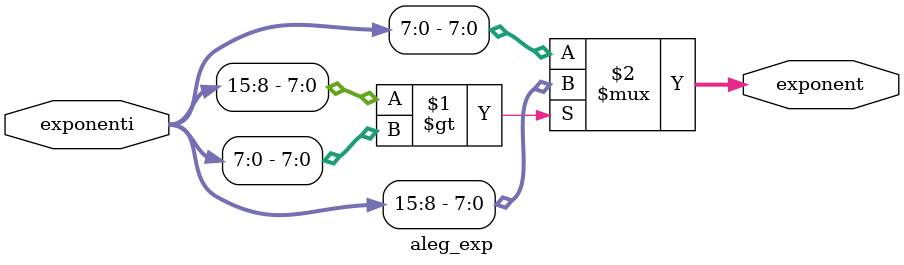
<source format=v>
`timescale 1ns / 1ps


module aleg_exp(
    input [15:0]exponenti,
    output [7:0]exponent
    );

    assign exponent = (exponenti[15:8] > exponenti[7:0]) ? exponenti[15:8] : exponenti[7:0];//exp;

endmodule

</source>
